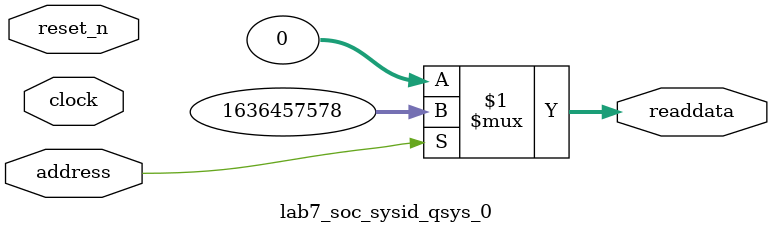
<source format=v>



// synthesis translate_off
`timescale 1ns / 1ps
// synthesis translate_on

// turn off superfluous verilog processor warnings 
// altera message_level Level1 
// altera message_off 10034 10035 10036 10037 10230 10240 10030 

module lab7_soc_sysid_qsys_0 (
               // inputs:
                address,
                clock,
                reset_n,

               // outputs:
                readdata
             )
;

  output  [ 31: 0] readdata;
  input            address;
  input            clock;
  input            reset_n;

  wire    [ 31: 0] readdata;
  //control_slave, which is an e_avalon_slave
  assign readdata = address ? 1636457578 : 0;

endmodule



</source>
